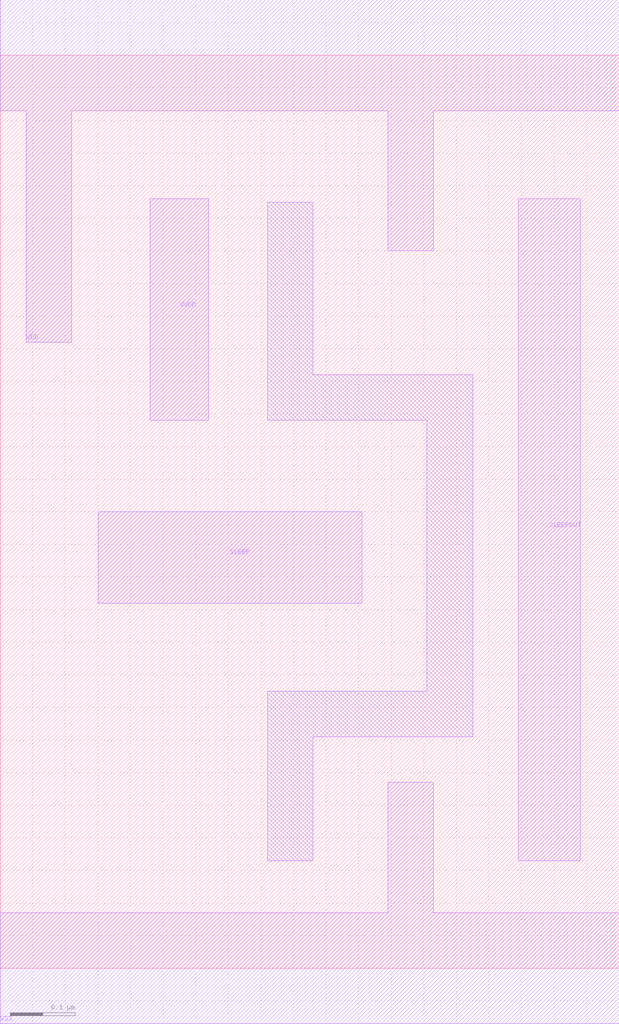
<source format=lef>
# 
# ******************************************************************************
# *                                                                            *
# *                   Copyright (C) 2004-2011, Nangate Inc.                    *
# *                           All rights reserved.                             *
# *                                                                            *
# * Nangate and the Nangate logo are trademarks of Nangate Inc.                *
# *                                                                            *
# * All trademarks, logos, software marks, and trade names (collectively the   *
# * "Marks") in this program are proprietary to Nangate or other respective    *
# * owners that have granted Nangate the right and license to use such Marks.  *
# * You are not permitted to use the Marks without the prior written consent   *
# * of Nangate or such third party that may own the Marks.                     *
# *                                                                            *
# * This file has been provided pursuant to a License Agreement containing     *
# * restrictions on its use. This file contains valuable trade secrets and     *
# * proprietary information of Nangate Inc., and is protected by U.S. and      *
# * international laws and/or treaties.                                        *
# *                                                                            *
# * The copyright notice(s) in this file does not indicate actual or intended  *
# * publication of this file.                                                  *
# *                                                                            *
# *     NGLibraryCreator, v2010.08-HR32-SP3-2010-08-05 - build 1009061800      *
# *                                                                            *
# ******************************************************************************
# 
# 
# Running on server08.nangate.com for user Giancarlo Franciscatto (gfr).
# Local time is now Thu, 6 Jan 2011, 18:10:28.
# Main process id is 3320.

VERSION 5.6 ;
BUSBITCHARS "[]" ;
DIVIDERCHAR "/" ;

MACRO HEADER_OE_X2
  CLASS core ;
  FOREIGN HEADER_OE_X2 0.0 0.0 ;
  ORIGIN 0 0 ;
  SYMMETRY X Y ;
  SITE FreePDK45_38x28_10R_NP_162NW_34O ;
  SIZE 0.95 BY 1.4 ;
  PIN SLEEP
    DIRECTION INPUT ;
    ANTENNAPARTIALMETALAREA 0.0567 LAYER metal1 ;
    ANTENNAPARTIALMETALSIDEAREA 0.1417 LAYER metal1 ;
    ANTENNAGATEAREA 0.02475 ;
    PORT
      LAYER metal1 ;
        POLYGON 0.15 0.56 0.555 0.56 0.555 0.7 0.15 0.7  ;
    END
  END SLEEP
  PIN SLEEPOUT
    DIRECTION OUTPUT ;
    ANTENNAPARTIALMETALAREA 0.096425 LAYER metal1 ;
    ANTENNAPARTIALMETALSIDEAREA 0.2886 LAYER metal1 ;
    ANTENNADIFFAREA 0.05175 ;
    PORT
      LAYER metal1 ;
        POLYGON 0.795 0.165 0.89 0.165 0.89 1.18 0.795 1.18  ;
    END
  END SLEEPOUT
  PIN VDD
    DIRECTION INOUT ;
    USE power ;
    SHAPE ABUTMENT ;
    PORT
      LAYER metal1 ;
        POLYGON 0 1.315 0.04 1.315 0.04 0.96 0.11 0.96 0.11 1.315 0.595 1.315 0.595 1.1 0.665 1.1 0.665 1.315 0.725 1.315 0.95 1.315 0.95 1.485 0.725 1.485 0 1.485  ;
    END
  END VDD
  PIN VSS
    DIRECTION INOUT ;
    USE ground ;
    SHAPE ABUTMENT ;
    PORT
      LAYER metal1 ;
        POLYGON 0 -0.085 0.95 -0.085 0.95 0.085 0.665 0.085 0.665 0.285 0.595 0.285 0.595 0.085 0 0.085  ;
    END
  END VSS
  PIN VVDD
    DIRECTION INOUT ;
    USE power ;
    SHAPE ABUTMENT ;
    PORT
      LAYER metal1 ;
        POLYGON 0.23 0.84 0.32 0.84 0.32 1.18 0.23 1.18  ;
    END
  END VVDD
  OBS
      LAYER metal1 ;
        POLYGON 0.41 0.84 0.655 0.84 0.655 0.425 0.41 0.425 0.41 0.165 0.48 0.165 0.48 0.355 0.725 0.355 0.725 0.91 0.48 0.91 0.48 1.175 0.41 1.175  ;
  END
END HEADER_OE_X2

END LIBRARY
#
# End of file
#

</source>
